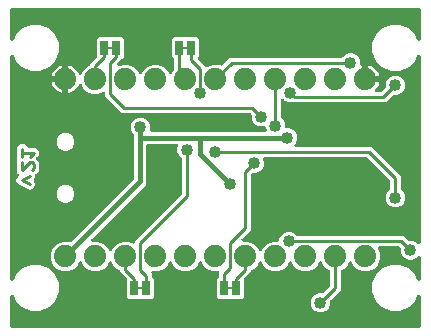
<source format=gbr>
G04 EAGLE Gerber RS-274X export*
G75*
%MOMM*%
%FSLAX34Y34*%
%LPD*%
%INBottom Copper*%
%IPPOS*%
%AMOC8*
5,1,8,0,0,1.08239X$1,22.5*%
G01*
%ADD10C,0.254000*%
%ADD11C,1.879600*%
%ADD12C,0.203200*%
%ADD13R,0.635000X1.270000*%
%ADD14C,1.016000*%
%ADD15C,0.406400*%

G36*
X350038Y4068D02*
X350038Y4068D01*
X350064Y4066D01*
X350211Y4088D01*
X350358Y4105D01*
X350383Y4113D01*
X350409Y4117D01*
X350547Y4172D01*
X350686Y4222D01*
X350708Y4236D01*
X350733Y4246D01*
X350854Y4331D01*
X350979Y4411D01*
X350997Y4430D01*
X351019Y4445D01*
X351118Y4555D01*
X351221Y4662D01*
X351235Y4684D01*
X351252Y4704D01*
X351324Y4834D01*
X351400Y4961D01*
X351408Y4986D01*
X351421Y5009D01*
X351461Y5152D01*
X351506Y5293D01*
X351508Y5319D01*
X351516Y5344D01*
X351535Y5588D01*
X351535Y30841D01*
X351530Y30891D01*
X351532Y30941D01*
X351510Y31063D01*
X351495Y31187D01*
X351478Y31234D01*
X351469Y31284D01*
X351420Y31398D01*
X351378Y31515D01*
X351351Y31557D01*
X351331Y31603D01*
X351256Y31703D01*
X351189Y31808D01*
X351153Y31843D01*
X351123Y31883D01*
X351028Y31963D01*
X350938Y32050D01*
X350895Y32076D01*
X350857Y32108D01*
X350746Y32165D01*
X350639Y32229D01*
X350591Y32244D01*
X350546Y32267D01*
X350426Y32297D01*
X350307Y32335D01*
X350257Y32339D01*
X350208Y32351D01*
X350084Y32353D01*
X349960Y32363D01*
X349910Y32356D01*
X349860Y32356D01*
X349738Y32330D01*
X349615Y32311D01*
X349568Y32293D01*
X349519Y32282D01*
X349407Y32229D01*
X349291Y32183D01*
X349250Y32154D01*
X349204Y32132D01*
X349107Y32055D01*
X349005Y31984D01*
X348971Y31946D01*
X348932Y31915D01*
X348855Y31817D01*
X348772Y31725D01*
X348747Y31681D01*
X348716Y31641D01*
X348605Y31424D01*
X346781Y27021D01*
X341279Y21519D01*
X334090Y18541D01*
X326310Y18541D01*
X319121Y21519D01*
X313619Y27021D01*
X310641Y34210D01*
X310641Y41990D01*
X313619Y49179D01*
X319121Y54681D01*
X326310Y57659D01*
X334090Y57659D01*
X341279Y54681D01*
X346781Y49179D01*
X348605Y44776D01*
X348629Y44732D01*
X348646Y44685D01*
X348714Y44581D01*
X348774Y44472D01*
X348808Y44435D01*
X348835Y44392D01*
X348925Y44306D01*
X349008Y44214D01*
X349050Y44185D01*
X349086Y44150D01*
X349193Y44086D01*
X349295Y44016D01*
X349342Y43997D01*
X349385Y43971D01*
X349503Y43933D01*
X349619Y43888D01*
X349669Y43880D01*
X349717Y43865D01*
X349841Y43855D01*
X349964Y43837D01*
X350014Y43841D01*
X350064Y43837D01*
X350187Y43855D01*
X350311Y43866D01*
X350359Y43881D01*
X350409Y43889D01*
X350524Y43935D01*
X350643Y43973D01*
X350686Y43999D01*
X350733Y44017D01*
X350835Y44088D01*
X350941Y44153D01*
X350978Y44188D01*
X351019Y44216D01*
X351102Y44309D01*
X351191Y44395D01*
X351219Y44438D01*
X351252Y44475D01*
X351312Y44584D01*
X351380Y44689D01*
X351397Y44736D01*
X351421Y44780D01*
X351455Y44900D01*
X351496Y45017D01*
X351502Y45067D01*
X351516Y45116D01*
X351535Y45359D01*
X351535Y63312D01*
X351524Y63412D01*
X351522Y63512D01*
X351504Y63584D01*
X351495Y63658D01*
X351462Y63753D01*
X351437Y63850D01*
X351403Y63916D01*
X351378Y63986D01*
X351323Y64071D01*
X351277Y64160D01*
X351229Y64217D01*
X351189Y64279D01*
X351117Y64349D01*
X351052Y64425D01*
X350992Y64470D01*
X350938Y64521D01*
X350852Y64573D01*
X350771Y64633D01*
X350703Y64662D01*
X350639Y64700D01*
X350543Y64731D01*
X350451Y64771D01*
X350378Y64784D01*
X350307Y64806D01*
X350207Y64815D01*
X350108Y64832D01*
X350034Y64828D01*
X349960Y64834D01*
X349860Y64820D01*
X349760Y64814D01*
X349689Y64794D01*
X349615Y64783D01*
X349522Y64746D01*
X349425Y64718D01*
X349360Y64681D01*
X349291Y64654D01*
X349209Y64597D01*
X349121Y64548D01*
X349045Y64482D01*
X349005Y64455D01*
X348981Y64429D01*
X348935Y64389D01*
X347505Y62959D01*
X344517Y61721D01*
X341283Y61721D01*
X338295Y62959D01*
X336009Y65245D01*
X334771Y68233D01*
X334771Y71240D01*
X334757Y71366D01*
X334750Y71492D01*
X334737Y71538D01*
X334731Y71586D01*
X334689Y71705D01*
X334654Y71827D01*
X334630Y71869D01*
X334614Y71914D01*
X334545Y72021D01*
X334484Y72131D01*
X334444Y72177D01*
X334425Y72207D01*
X334390Y72241D01*
X334325Y72317D01*
X333937Y72705D01*
X333838Y72784D01*
X333744Y72868D01*
X333702Y72892D01*
X333664Y72922D01*
X333550Y72976D01*
X333439Y73037D01*
X333393Y73050D01*
X333349Y73071D01*
X333226Y73097D01*
X333104Y73132D01*
X333043Y73137D01*
X333008Y73144D01*
X332960Y73143D01*
X332860Y73151D01*
X317080Y73151D01*
X316931Y73134D01*
X316781Y73122D01*
X316758Y73114D01*
X316734Y73111D01*
X316593Y73061D01*
X316449Y73015D01*
X316429Y73002D01*
X316406Y72994D01*
X316279Y72912D01*
X316151Y72835D01*
X316134Y72818D01*
X316113Y72805D01*
X316009Y72697D01*
X315901Y72592D01*
X315888Y72572D01*
X315871Y72554D01*
X315794Y72425D01*
X315713Y72299D01*
X315705Y72276D01*
X315692Y72255D01*
X315646Y72112D01*
X315596Y71970D01*
X315593Y71946D01*
X315586Y71923D01*
X315574Y71774D01*
X315557Y71624D01*
X315560Y71600D01*
X315558Y71576D01*
X315580Y71427D01*
X315598Y71278D01*
X315607Y71250D01*
X315610Y71231D01*
X315627Y71187D01*
X315673Y71045D01*
X317247Y67246D01*
X317247Y62294D01*
X315352Y57719D01*
X311851Y54218D01*
X307276Y52323D01*
X302324Y52323D01*
X297749Y54218D01*
X294248Y57719D01*
X293507Y59508D01*
X293471Y59573D01*
X293452Y59622D01*
X293439Y59640D01*
X293419Y59688D01*
X293374Y59748D01*
X293338Y59813D01*
X293271Y59887D01*
X293211Y59968D01*
X293154Y60016D01*
X293104Y60071D01*
X293021Y60128D01*
X292945Y60193D01*
X292878Y60227D01*
X292817Y60269D01*
X292724Y60306D01*
X292634Y60352D01*
X292562Y60370D01*
X292493Y60397D01*
X292394Y60412D01*
X292296Y60436D01*
X292222Y60437D01*
X292148Y60448D01*
X292048Y60439D01*
X291948Y60441D01*
X291875Y60425D01*
X291801Y60419D01*
X291705Y60388D01*
X291607Y60367D01*
X291540Y60335D01*
X291469Y60312D01*
X291383Y60260D01*
X291292Y60217D01*
X291234Y60170D01*
X291171Y60132D01*
X291098Y60062D01*
X291020Y59999D01*
X290974Y59941D01*
X290921Y59889D01*
X290882Y59829D01*
X290881Y59828D01*
X290877Y59821D01*
X290866Y59805D01*
X290804Y59726D01*
X290758Y59636D01*
X290732Y59596D01*
X290720Y59562D01*
X290710Y59542D01*
X290702Y59529D01*
X290700Y59523D01*
X290693Y59508D01*
X289952Y57719D01*
X286451Y54218D01*
X284659Y53476D01*
X284592Y53439D01*
X284521Y53411D01*
X284440Y53355D01*
X284354Y53307D01*
X284298Y53255D01*
X284235Y53212D01*
X284169Y53139D01*
X284096Y53073D01*
X284053Y53010D01*
X284002Y52953D01*
X283954Y52867D01*
X283898Y52786D01*
X283870Y52715D01*
X283833Y52648D01*
X283806Y52553D01*
X283770Y52462D01*
X283759Y52386D01*
X283738Y52313D01*
X283726Y52164D01*
X283719Y52117D01*
X283721Y52098D01*
X283719Y52069D01*
X283719Y36311D01*
X275275Y27867D01*
X275196Y27768D01*
X275112Y27674D01*
X275088Y27632D01*
X275058Y27594D01*
X275004Y27480D01*
X274943Y27369D01*
X274930Y27323D01*
X274909Y27279D01*
X274883Y27156D01*
X274848Y27034D01*
X274843Y26973D01*
X274836Y26938D01*
X274837Y26890D01*
X274829Y26790D01*
X274829Y23783D01*
X273591Y20795D01*
X271305Y18509D01*
X268317Y17271D01*
X265083Y17271D01*
X262095Y18509D01*
X259809Y20795D01*
X258571Y23783D01*
X258571Y27017D01*
X259809Y30005D01*
X262095Y32291D01*
X265083Y33529D01*
X268090Y33529D01*
X268216Y33543D01*
X268342Y33550D01*
X268388Y33563D01*
X268436Y33569D01*
X268555Y33611D01*
X268677Y33646D01*
X268719Y33670D01*
X268764Y33686D01*
X268871Y33755D01*
X268981Y33816D01*
X269027Y33856D01*
X269057Y33875D01*
X269091Y33910D01*
X269167Y33975D01*
X274635Y39443D01*
X274714Y39542D01*
X274798Y39636D01*
X274822Y39678D01*
X274852Y39716D01*
X274906Y39830D01*
X274967Y39941D01*
X274980Y39987D01*
X275001Y40031D01*
X275027Y40154D01*
X275062Y40276D01*
X275067Y40337D01*
X275074Y40372D01*
X275073Y40420D01*
X275081Y40520D01*
X275081Y52069D01*
X275073Y52145D01*
X275074Y52221D01*
X275053Y52317D01*
X275041Y52415D01*
X275016Y52487D01*
X274999Y52562D01*
X274957Y52650D01*
X274924Y52743D01*
X274882Y52807D01*
X274850Y52876D01*
X274788Y52953D01*
X274735Y53036D01*
X274680Y53089D01*
X274632Y53149D01*
X274555Y53210D01*
X274484Y53278D01*
X274419Y53317D01*
X274359Y53365D01*
X274226Y53433D01*
X274185Y53457D01*
X274167Y53463D01*
X274141Y53476D01*
X272349Y54218D01*
X268848Y57719D01*
X268107Y59508D01*
X268071Y59573D01*
X268052Y59622D01*
X268039Y59640D01*
X268019Y59688D01*
X267974Y59748D01*
X267938Y59813D01*
X267871Y59887D01*
X267811Y59968D01*
X267754Y60016D01*
X267704Y60071D01*
X267621Y60128D01*
X267545Y60193D01*
X267478Y60227D01*
X267417Y60269D01*
X267324Y60306D01*
X267234Y60352D01*
X267162Y60370D01*
X267093Y60397D01*
X266994Y60412D01*
X266896Y60436D01*
X266822Y60437D01*
X266748Y60448D01*
X266648Y60439D01*
X266548Y60441D01*
X266475Y60425D01*
X266401Y60419D01*
X266305Y60388D01*
X266207Y60367D01*
X266140Y60335D01*
X266069Y60312D01*
X265983Y60260D01*
X265892Y60217D01*
X265834Y60170D01*
X265771Y60132D01*
X265698Y60062D01*
X265620Y59999D01*
X265574Y59941D01*
X265521Y59889D01*
X265482Y59829D01*
X265481Y59828D01*
X265477Y59821D01*
X265466Y59805D01*
X265404Y59726D01*
X265358Y59636D01*
X265332Y59596D01*
X265320Y59562D01*
X265310Y59542D01*
X265302Y59529D01*
X265300Y59523D01*
X265293Y59508D01*
X264552Y57719D01*
X261051Y54218D01*
X256476Y52323D01*
X251524Y52323D01*
X246949Y54218D01*
X243448Y57719D01*
X242707Y59508D01*
X242671Y59573D01*
X242652Y59622D01*
X242639Y59640D01*
X242619Y59688D01*
X242574Y59748D01*
X242538Y59813D01*
X242471Y59887D01*
X242411Y59968D01*
X242354Y60016D01*
X242304Y60071D01*
X242221Y60128D01*
X242145Y60193D01*
X242078Y60227D01*
X242017Y60269D01*
X241924Y60306D01*
X241834Y60352D01*
X241762Y60370D01*
X241693Y60397D01*
X241594Y60412D01*
X241496Y60436D01*
X241422Y60437D01*
X241348Y60448D01*
X241248Y60439D01*
X241148Y60441D01*
X241075Y60425D01*
X241001Y60419D01*
X240905Y60388D01*
X240807Y60367D01*
X240740Y60335D01*
X240669Y60312D01*
X240583Y60260D01*
X240492Y60217D01*
X240434Y60170D01*
X240371Y60132D01*
X240298Y60062D01*
X240220Y59999D01*
X240174Y59941D01*
X240121Y59889D01*
X240082Y59829D01*
X240081Y59828D01*
X240077Y59821D01*
X240066Y59805D01*
X240004Y59726D01*
X239958Y59636D01*
X239932Y59596D01*
X239920Y59562D01*
X239910Y59542D01*
X239902Y59529D01*
X239900Y59523D01*
X239893Y59508D01*
X239152Y57719D01*
X235651Y54218D01*
X231076Y52323D01*
X226124Y52323D01*
X221549Y54218D01*
X218048Y57719D01*
X217307Y59508D01*
X217271Y59573D01*
X217252Y59622D01*
X217239Y59640D01*
X217219Y59688D01*
X217174Y59748D01*
X217138Y59813D01*
X217071Y59887D01*
X217011Y59968D01*
X216954Y60016D01*
X216904Y60071D01*
X216821Y60128D01*
X216745Y60193D01*
X216678Y60227D01*
X216617Y60269D01*
X216524Y60306D01*
X216434Y60352D01*
X216362Y60370D01*
X216293Y60397D01*
X216194Y60412D01*
X216096Y60436D01*
X216022Y60437D01*
X215948Y60448D01*
X215848Y60439D01*
X215748Y60441D01*
X215675Y60425D01*
X215601Y60419D01*
X215505Y60388D01*
X215407Y60367D01*
X215340Y60335D01*
X215269Y60312D01*
X215183Y60260D01*
X215092Y60217D01*
X215034Y60170D01*
X214971Y60132D01*
X214898Y60062D01*
X214820Y59999D01*
X214774Y59941D01*
X214721Y59889D01*
X214682Y59829D01*
X214681Y59828D01*
X214677Y59821D01*
X214666Y59805D01*
X214604Y59726D01*
X214558Y59636D01*
X214532Y59596D01*
X214520Y59562D01*
X214510Y59542D01*
X214502Y59529D01*
X214500Y59523D01*
X214493Y59508D01*
X213752Y57719D01*
X210251Y54218D01*
X208459Y53476D01*
X208392Y53439D01*
X208321Y53411D01*
X208240Y53355D01*
X208154Y53307D01*
X208098Y53255D01*
X208035Y53212D01*
X207969Y53139D01*
X207896Y53073D01*
X207853Y53010D01*
X207802Y52953D01*
X207754Y52867D01*
X207698Y52786D01*
X207670Y52715D01*
X207633Y52648D01*
X207606Y52553D01*
X207570Y52462D01*
X207559Y52386D01*
X207538Y52313D01*
X207526Y52164D01*
X207519Y52117D01*
X207521Y52098D01*
X207519Y52069D01*
X207519Y51551D01*
X202250Y46282D01*
X202171Y46183D01*
X202087Y46089D01*
X202063Y46047D01*
X202033Y46009D01*
X201979Y45895D01*
X201918Y45784D01*
X201905Y45738D01*
X201884Y45694D01*
X201858Y45571D01*
X201847Y45533D01*
X201833Y45488D01*
X201832Y45479D01*
X201823Y45449D01*
X201818Y45388D01*
X201811Y45353D01*
X201812Y45305D01*
X201804Y45205D01*
X201804Y30487D01*
X200018Y28701D01*
X190667Y28701D01*
X190648Y28705D01*
X190621Y28705D01*
X190594Y28710D01*
X190447Y28702D01*
X190417Y28701D01*
X180982Y28701D01*
X179196Y30487D01*
X179196Y45713D01*
X180655Y47172D01*
X180719Y47252D01*
X180777Y47313D01*
X180789Y47332D01*
X180818Y47365D01*
X180842Y47407D01*
X180872Y47445D01*
X180926Y47559D01*
X180938Y47581D01*
X180956Y47612D01*
X180958Y47618D01*
X180987Y47670D01*
X181000Y47716D01*
X181021Y47760D01*
X181047Y47883D01*
X181082Y48005D01*
X181087Y48066D01*
X181094Y48101D01*
X181093Y48149D01*
X181101Y48249D01*
X181101Y50800D01*
X181098Y50826D01*
X181100Y50852D01*
X181078Y50999D01*
X181061Y51146D01*
X181053Y51171D01*
X181049Y51197D01*
X180994Y51335D01*
X180944Y51474D01*
X180930Y51496D01*
X180920Y51521D01*
X180835Y51642D01*
X180755Y51767D01*
X180736Y51785D01*
X180721Y51807D01*
X180611Y51906D01*
X180504Y52009D01*
X180482Y52023D01*
X180462Y52040D01*
X180332Y52112D01*
X180205Y52188D01*
X180180Y52196D01*
X180157Y52209D01*
X180014Y52249D01*
X179873Y52294D01*
X179847Y52296D01*
X179822Y52304D01*
X179578Y52323D01*
X175324Y52323D01*
X170749Y54218D01*
X167248Y57719D01*
X166507Y59508D01*
X166471Y59573D01*
X166452Y59622D01*
X166439Y59640D01*
X166419Y59688D01*
X166374Y59748D01*
X166338Y59813D01*
X166271Y59887D01*
X166211Y59968D01*
X166154Y60016D01*
X166104Y60071D01*
X166021Y60128D01*
X165945Y60193D01*
X165878Y60227D01*
X165817Y60269D01*
X165724Y60306D01*
X165634Y60352D01*
X165562Y60370D01*
X165493Y60397D01*
X165394Y60412D01*
X165296Y60436D01*
X165222Y60437D01*
X165148Y60448D01*
X165048Y60439D01*
X164948Y60441D01*
X164875Y60425D01*
X164801Y60419D01*
X164705Y60388D01*
X164607Y60367D01*
X164540Y60335D01*
X164469Y60312D01*
X164383Y60260D01*
X164292Y60217D01*
X164234Y60170D01*
X164171Y60132D01*
X164098Y60062D01*
X164020Y59999D01*
X163974Y59941D01*
X163921Y59889D01*
X163882Y59829D01*
X163881Y59828D01*
X163877Y59821D01*
X163866Y59805D01*
X163804Y59726D01*
X163758Y59636D01*
X163732Y59596D01*
X163720Y59562D01*
X163710Y59542D01*
X163702Y59529D01*
X163700Y59523D01*
X163693Y59508D01*
X162952Y57719D01*
X159451Y54218D01*
X154876Y52323D01*
X149924Y52323D01*
X145349Y54218D01*
X141848Y57719D01*
X141107Y59508D01*
X141071Y59573D01*
X141052Y59622D01*
X141039Y59640D01*
X141019Y59688D01*
X140974Y59748D01*
X140938Y59813D01*
X140871Y59887D01*
X140811Y59968D01*
X140754Y60016D01*
X140704Y60071D01*
X140621Y60128D01*
X140545Y60193D01*
X140478Y60227D01*
X140417Y60269D01*
X140324Y60306D01*
X140234Y60352D01*
X140162Y60370D01*
X140093Y60397D01*
X139994Y60412D01*
X139896Y60436D01*
X139822Y60437D01*
X139748Y60448D01*
X139648Y60439D01*
X139548Y60441D01*
X139475Y60425D01*
X139401Y60419D01*
X139305Y60388D01*
X139207Y60367D01*
X139140Y60335D01*
X139069Y60312D01*
X138983Y60260D01*
X138892Y60217D01*
X138834Y60170D01*
X138771Y60132D01*
X138698Y60062D01*
X138620Y59999D01*
X138574Y59941D01*
X138521Y59889D01*
X138482Y59829D01*
X138481Y59828D01*
X138477Y59821D01*
X138466Y59805D01*
X138404Y59726D01*
X138358Y59636D01*
X138332Y59596D01*
X138320Y59562D01*
X138310Y59542D01*
X138302Y59529D01*
X138300Y59523D01*
X138293Y59508D01*
X137552Y57719D01*
X134051Y54218D01*
X129476Y52323D01*
X125102Y52323D01*
X125002Y52312D01*
X124901Y52310D01*
X124829Y52292D01*
X124756Y52283D01*
X124661Y52249D01*
X124563Y52225D01*
X124497Y52191D01*
X124427Y52166D01*
X124343Y52111D01*
X124254Y52065D01*
X124197Y52017D01*
X124135Y51977D01*
X124065Y51905D01*
X123988Y51839D01*
X123944Y51780D01*
X123892Y51726D01*
X123841Y51640D01*
X123781Y51559D01*
X123752Y51491D01*
X123714Y51427D01*
X123683Y51331D01*
X123643Y51239D01*
X123630Y51166D01*
X123607Y51095D01*
X123599Y50995D01*
X123582Y50896D01*
X123585Y50822D01*
X123579Y50748D01*
X123594Y50648D01*
X123600Y50548D01*
X123620Y50477D01*
X123631Y50403D01*
X123668Y50310D01*
X123696Y50213D01*
X123699Y50208D01*
X123699Y48249D01*
X123713Y48123D01*
X123720Y47997D01*
X123733Y47951D01*
X123739Y47903D01*
X123781Y47784D01*
X123816Y47662D01*
X123840Y47620D01*
X123856Y47574D01*
X123886Y47528D01*
X123890Y47518D01*
X123925Y47468D01*
X123986Y47358D01*
X124026Y47312D01*
X124045Y47282D01*
X124073Y47255D01*
X124089Y47232D01*
X124109Y47214D01*
X124145Y47172D01*
X125604Y45713D01*
X125604Y30487D01*
X123818Y28701D01*
X114468Y28701D01*
X114450Y28705D01*
X114423Y28705D01*
X114396Y28709D01*
X114249Y28702D01*
X114211Y28701D01*
X104782Y28701D01*
X102996Y30487D01*
X102996Y45205D01*
X102994Y45226D01*
X102995Y45245D01*
X102981Y45337D01*
X102975Y45457D01*
X102962Y45503D01*
X102956Y45551D01*
X102944Y45585D01*
X102944Y45589D01*
X102935Y45611D01*
X102914Y45670D01*
X102879Y45792D01*
X102855Y45834D01*
X102839Y45879D01*
X102770Y45986D01*
X102709Y46096D01*
X102669Y46142D01*
X102650Y46172D01*
X102615Y46206D01*
X102550Y46282D01*
X97281Y51551D01*
X97281Y52069D01*
X97273Y52145D01*
X97274Y52221D01*
X97253Y52317D01*
X97241Y52415D01*
X97216Y52487D01*
X97199Y52562D01*
X97157Y52650D01*
X97124Y52743D01*
X97082Y52807D01*
X97050Y52876D01*
X96988Y52953D01*
X96935Y53036D01*
X96880Y53089D01*
X96832Y53149D01*
X96755Y53210D01*
X96684Y53278D01*
X96619Y53317D01*
X96559Y53365D01*
X96425Y53433D01*
X96385Y53457D01*
X96367Y53463D01*
X96341Y53476D01*
X94549Y54218D01*
X91048Y57719D01*
X90307Y59508D01*
X90271Y59573D01*
X90252Y59622D01*
X90239Y59640D01*
X90219Y59688D01*
X90174Y59748D01*
X90138Y59813D01*
X90071Y59887D01*
X90011Y59968D01*
X89954Y60016D01*
X89904Y60071D01*
X89821Y60128D01*
X89745Y60193D01*
X89678Y60227D01*
X89617Y60269D01*
X89524Y60306D01*
X89434Y60352D01*
X89362Y60370D01*
X89293Y60397D01*
X89194Y60412D01*
X89096Y60436D01*
X89022Y60437D01*
X88948Y60448D01*
X88848Y60439D01*
X88748Y60441D01*
X88675Y60425D01*
X88601Y60419D01*
X88505Y60388D01*
X88407Y60367D01*
X88340Y60335D01*
X88269Y60312D01*
X88183Y60260D01*
X88092Y60217D01*
X88034Y60170D01*
X87971Y60132D01*
X87898Y60062D01*
X87820Y59999D01*
X87774Y59941D01*
X87721Y59889D01*
X87682Y59829D01*
X87681Y59828D01*
X87677Y59821D01*
X87666Y59805D01*
X87604Y59726D01*
X87558Y59636D01*
X87532Y59596D01*
X87520Y59562D01*
X87510Y59542D01*
X87502Y59529D01*
X87500Y59523D01*
X87493Y59508D01*
X86752Y57719D01*
X83251Y54218D01*
X78676Y52323D01*
X73724Y52323D01*
X69149Y54218D01*
X65648Y57719D01*
X64907Y59508D01*
X64871Y59573D01*
X64852Y59622D01*
X64839Y59640D01*
X64819Y59688D01*
X64774Y59748D01*
X64738Y59813D01*
X64671Y59887D01*
X64611Y59968D01*
X64554Y60016D01*
X64504Y60071D01*
X64421Y60128D01*
X64345Y60193D01*
X64278Y60227D01*
X64217Y60269D01*
X64124Y60306D01*
X64034Y60352D01*
X63962Y60370D01*
X63893Y60397D01*
X63794Y60412D01*
X63696Y60436D01*
X63622Y60437D01*
X63548Y60448D01*
X63448Y60439D01*
X63348Y60441D01*
X63275Y60425D01*
X63201Y60419D01*
X63105Y60388D01*
X63007Y60367D01*
X62940Y60335D01*
X62869Y60312D01*
X62783Y60260D01*
X62692Y60217D01*
X62634Y60170D01*
X62571Y60132D01*
X62498Y60062D01*
X62420Y59999D01*
X62374Y59941D01*
X62321Y59889D01*
X62282Y59829D01*
X62281Y59828D01*
X62277Y59821D01*
X62266Y59805D01*
X62204Y59726D01*
X62158Y59636D01*
X62132Y59596D01*
X62120Y59562D01*
X62110Y59542D01*
X62102Y59529D01*
X62100Y59523D01*
X62093Y59508D01*
X61352Y57719D01*
X57851Y54218D01*
X53276Y52323D01*
X48324Y52323D01*
X43749Y54218D01*
X40248Y57719D01*
X38353Y62294D01*
X38353Y67246D01*
X40248Y71821D01*
X43749Y75322D01*
X48324Y77217D01*
X53276Y77217D01*
X54305Y76790D01*
X54379Y76769D01*
X54449Y76739D01*
X54546Y76722D01*
X54640Y76695D01*
X54717Y76691D01*
X54792Y76677D01*
X54890Y76682D01*
X54988Y76678D01*
X55064Y76691D01*
X55140Y76695D01*
X55234Y76723D01*
X55331Y76740D01*
X55401Y76771D01*
X55475Y76792D01*
X55561Y76840D01*
X55651Y76879D01*
X55712Y76925D01*
X55779Y76962D01*
X55893Y77059D01*
X55931Y77087D01*
X55943Y77102D01*
X55965Y77121D01*
X108773Y129928D01*
X108852Y130027D01*
X108936Y130121D01*
X108960Y130164D01*
X108990Y130201D01*
X109044Y130316D01*
X109105Y130426D01*
X109118Y130473D01*
X109139Y130516D01*
X109165Y130640D01*
X109200Y130762D01*
X109205Y130822D01*
X109212Y130857D01*
X109211Y130905D01*
X109219Y131005D01*
X109219Y166944D01*
X109205Y167070D01*
X109198Y167196D01*
X109185Y167242D01*
X109179Y167290D01*
X109137Y167409D01*
X109102Y167531D01*
X109078Y167573D01*
X109062Y167618D01*
X108993Y167725D01*
X108932Y167835D01*
X108892Y167881D01*
X108873Y167911D01*
X108838Y167945D01*
X108773Y168021D01*
X107409Y169385D01*
X106171Y172373D01*
X106171Y175607D01*
X107409Y178595D01*
X109695Y180881D01*
X112683Y182119D01*
X115917Y182119D01*
X118905Y180881D01*
X121191Y178595D01*
X122429Y175607D01*
X122429Y172373D01*
X122393Y172287D01*
X122352Y172142D01*
X122306Y171999D01*
X122304Y171975D01*
X122297Y171952D01*
X122290Y171802D01*
X122278Y171652D01*
X122282Y171628D01*
X122280Y171604D01*
X122307Y171456D01*
X122330Y171307D01*
X122339Y171285D01*
X122343Y171261D01*
X122403Y171123D01*
X122458Y170983D01*
X122472Y170963D01*
X122482Y170941D01*
X122572Y170820D01*
X122657Y170697D01*
X122675Y170681D01*
X122690Y170662D01*
X122805Y170564D01*
X122916Y170464D01*
X122937Y170452D01*
X122956Y170436D01*
X123089Y170368D01*
X123221Y170295D01*
X123244Y170289D01*
X123266Y170278D01*
X123412Y170241D01*
X123557Y170200D01*
X123586Y170198D01*
X123604Y170193D01*
X123651Y170193D01*
X123800Y170181D01*
X219626Y170181D01*
X219775Y170198D01*
X219925Y170210D01*
X219948Y170218D01*
X219972Y170221D01*
X220113Y170271D01*
X220257Y170317D01*
X220277Y170330D01*
X220300Y170338D01*
X220426Y170420D01*
X220555Y170497D01*
X220573Y170514D01*
X220593Y170527D01*
X220697Y170635D01*
X220805Y170740D01*
X220818Y170760D01*
X220835Y170778D01*
X220912Y170907D01*
X220993Y171033D01*
X221001Y171056D01*
X221014Y171077D01*
X221060Y171220D01*
X221110Y171362D01*
X221113Y171386D01*
X221120Y171409D01*
X221132Y171558D01*
X221149Y171708D01*
X221146Y171732D01*
X221148Y171756D01*
X221126Y171905D01*
X221108Y172054D01*
X221099Y172082D01*
X221096Y172101D01*
X221079Y172145D01*
X221033Y172287D01*
X220443Y173710D01*
X220442Y173732D01*
X220434Y173755D01*
X220431Y173779D01*
X220381Y173920D01*
X220334Y174063D01*
X220322Y174084D01*
X220314Y174107D01*
X220232Y174233D01*
X220155Y174362D01*
X220138Y174379D01*
X220125Y174399D01*
X220016Y174504D01*
X219912Y174612D01*
X219892Y174625D01*
X219874Y174642D01*
X219745Y174719D01*
X219619Y174800D01*
X219596Y174808D01*
X219575Y174820D01*
X219432Y174866D01*
X219290Y174917D01*
X219266Y174919D01*
X219243Y174927D01*
X219093Y174939D01*
X218944Y174956D01*
X218920Y174953D01*
X218896Y174955D01*
X218747Y174932D01*
X218598Y174915D01*
X218570Y174906D01*
X218551Y174903D01*
X218507Y174885D01*
X218365Y174840D01*
X218152Y174751D01*
X214918Y174751D01*
X211930Y175989D01*
X209644Y178275D01*
X208406Y181263D01*
X208406Y184270D01*
X208392Y184396D01*
X208385Y184522D01*
X208372Y184568D01*
X208366Y184616D01*
X208324Y184735D01*
X208289Y184857D01*
X208265Y184899D01*
X208249Y184944D01*
X208180Y185051D01*
X208119Y185161D01*
X208079Y185207D01*
X208060Y185237D01*
X208025Y185271D01*
X207960Y185347D01*
X207572Y185735D01*
X207473Y185814D01*
X207379Y185898D01*
X207337Y185922D01*
X207299Y185952D01*
X207185Y186006D01*
X207074Y186067D01*
X207028Y186080D01*
X206984Y186101D01*
X206861Y186127D01*
X206739Y186162D01*
X206678Y186167D01*
X206643Y186174D01*
X206595Y186173D01*
X206495Y186181D01*
X98541Y186181D01*
X84581Y200141D01*
X84581Y202350D01*
X84564Y202499D01*
X84552Y202649D01*
X84544Y202672D01*
X84541Y202696D01*
X84491Y202837D01*
X84445Y202981D01*
X84432Y203001D01*
X84424Y203024D01*
X84342Y203151D01*
X84265Y203279D01*
X84248Y203296D01*
X84235Y203317D01*
X84127Y203421D01*
X84022Y203529D01*
X84002Y203542D01*
X83984Y203559D01*
X83855Y203636D01*
X83729Y203717D01*
X83706Y203725D01*
X83685Y203738D01*
X83542Y203784D01*
X83400Y203834D01*
X83376Y203837D01*
X83353Y203844D01*
X83204Y203856D01*
X83054Y203873D01*
X83030Y203870D01*
X83006Y203872D01*
X82857Y203850D01*
X82708Y203832D01*
X82680Y203823D01*
X82661Y203820D01*
X82617Y203803D01*
X82475Y203757D01*
X78676Y202183D01*
X73724Y202183D01*
X69149Y204078D01*
X65648Y207579D01*
X64652Y209984D01*
X64632Y210020D01*
X64619Y210059D01*
X64548Y210172D01*
X64483Y210289D01*
X64455Y210319D01*
X64434Y210354D01*
X64339Y210448D01*
X64249Y210547D01*
X64215Y210570D01*
X64186Y210599D01*
X64072Y210669D01*
X63962Y210745D01*
X63924Y210760D01*
X63889Y210782D01*
X63762Y210824D01*
X63638Y210873D01*
X63597Y210879D01*
X63559Y210892D01*
X63425Y210905D01*
X63293Y210924D01*
X63252Y210921D01*
X63212Y210924D01*
X63079Y210906D01*
X62946Y210895D01*
X62907Y210883D01*
X62866Y210877D01*
X62742Y210829D01*
X62614Y210788D01*
X62579Y210767D01*
X62541Y210753D01*
X62430Y210678D01*
X62315Y210608D01*
X62286Y210580D01*
X62252Y210557D01*
X62162Y210459D01*
X62065Y210366D01*
X62043Y210331D01*
X62016Y210301D01*
X61887Y210093D01*
X61011Y208373D01*
X59906Y206852D01*
X58578Y205524D01*
X57057Y204419D01*
X55383Y203566D01*
X53596Y202985D01*
X53339Y202945D01*
X53339Y213614D01*
X53336Y213640D01*
X53338Y213666D01*
X53316Y213813D01*
X53299Y213960D01*
X53291Y213985D01*
X53287Y214011D01*
X53232Y214148D01*
X53182Y214288D01*
X53168Y214310D01*
X53158Y214335D01*
X53073Y214456D01*
X52993Y214581D01*
X52974Y214599D01*
X52959Y214621D01*
X52943Y214635D01*
X53025Y214720D01*
X53039Y214743D01*
X53056Y214762D01*
X53128Y214892D01*
X53204Y215019D01*
X53212Y215044D01*
X53225Y215067D01*
X53265Y215210D01*
X53310Y215351D01*
X53312Y215377D01*
X53320Y215402D01*
X53339Y215646D01*
X53339Y226315D01*
X53596Y226275D01*
X55383Y225694D01*
X57057Y224841D01*
X58578Y223736D01*
X59906Y222408D01*
X61011Y220887D01*
X61887Y219167D01*
X61910Y219133D01*
X61926Y219096D01*
X62006Y218988D01*
X62080Y218877D01*
X62110Y218849D01*
X62134Y218816D01*
X62236Y218729D01*
X62334Y218638D01*
X62369Y218617D01*
X62400Y218591D01*
X62519Y218530D01*
X62635Y218462D01*
X62674Y218451D01*
X62710Y218432D01*
X62840Y218400D01*
X62968Y218360D01*
X63009Y218358D01*
X63049Y218348D01*
X63183Y218346D01*
X63316Y218337D01*
X63356Y218343D01*
X63397Y218343D01*
X63528Y218371D01*
X63660Y218393D01*
X63698Y218408D01*
X63738Y218417D01*
X63858Y218474D01*
X63982Y218526D01*
X64016Y218549D01*
X64052Y218567D01*
X64157Y218650D01*
X64266Y218728D01*
X64293Y218759D01*
X64325Y218784D01*
X64407Y218889D01*
X64496Y218990D01*
X64515Y219026D01*
X64541Y219058D01*
X64652Y219276D01*
X65648Y221681D01*
X69149Y225182D01*
X70941Y225924D01*
X71008Y225961D01*
X71079Y225989D01*
X71159Y226045D01*
X71246Y226093D01*
X71302Y226145D01*
X71365Y226188D01*
X71431Y226261D01*
X71504Y226327D01*
X71547Y226390D01*
X71598Y226447D01*
X71646Y226533D01*
X71702Y226614D01*
X71730Y226685D01*
X71767Y226752D01*
X71794Y226847D01*
X71830Y226938D01*
X71841Y227014D01*
X71862Y227087D01*
X71874Y227236D01*
X71881Y227283D01*
X71879Y227302D01*
X71881Y227331D01*
X71881Y227849D01*
X74857Y230825D01*
X77150Y233118D01*
X77229Y233217D01*
X77313Y233311D01*
X77337Y233353D01*
X77367Y233391D01*
X77421Y233505D01*
X77482Y233616D01*
X77495Y233662D01*
X77516Y233706D01*
X77542Y233829D01*
X77577Y233951D01*
X77582Y234012D01*
X77589Y234046D01*
X77588Y234095D01*
X77596Y234195D01*
X77596Y248913D01*
X79382Y250699D01*
X88733Y250699D01*
X88752Y250695D01*
X88779Y250695D01*
X88806Y250690D01*
X88953Y250698D01*
X88983Y250699D01*
X98418Y250699D01*
X100204Y248913D01*
X100204Y233687D01*
X98251Y231735D01*
X98159Y231675D01*
X98049Y231614D01*
X98003Y231574D01*
X97973Y231555D01*
X97939Y231520D01*
X97863Y231455D01*
X94911Y228504D01*
X94880Y228464D01*
X94843Y228430D01*
X94772Y228328D01*
X94695Y228231D01*
X94673Y228185D01*
X94644Y228144D01*
X94599Y228028D01*
X94546Y227916D01*
X94535Y227866D01*
X94517Y227820D01*
X94499Y227696D01*
X94472Y227575D01*
X94473Y227525D01*
X94466Y227475D01*
X94476Y227350D01*
X94478Y227226D01*
X94491Y227178D01*
X94495Y227127D01*
X94533Y227009D01*
X94563Y226888D01*
X94586Y226844D01*
X94602Y226796D01*
X94666Y226689D01*
X94723Y226579D01*
X94756Y226540D01*
X94782Y226497D01*
X94868Y226408D01*
X94949Y226313D01*
X94989Y226283D01*
X95024Y226247D01*
X95129Y226180D01*
X95229Y226106D01*
X95275Y226086D01*
X95318Y226059D01*
X95435Y226017D01*
X95549Y225968D01*
X95599Y225959D01*
X95646Y225942D01*
X95770Y225928D01*
X95892Y225906D01*
X95942Y225909D01*
X95992Y225903D01*
X96116Y225918D01*
X96240Y225924D01*
X96289Y225938D01*
X96339Y225944D01*
X96571Y226019D01*
X96575Y226021D01*
X99124Y227077D01*
X104076Y227077D01*
X108651Y225182D01*
X112152Y221681D01*
X112893Y219892D01*
X112941Y219804D01*
X112981Y219712D01*
X113026Y219652D01*
X113062Y219587D01*
X113129Y219513D01*
X113189Y219432D01*
X113246Y219384D01*
X113296Y219329D01*
X113379Y219272D01*
X113455Y219207D01*
X113522Y219173D01*
X113583Y219131D01*
X113676Y219094D01*
X113766Y219048D01*
X113838Y219030D01*
X113907Y219003D01*
X114006Y218988D01*
X114104Y218964D01*
X114178Y218963D01*
X114252Y218952D01*
X114352Y218961D01*
X114452Y218959D01*
X114525Y218975D01*
X114599Y218981D01*
X114695Y219012D01*
X114793Y219033D01*
X114860Y219065D01*
X114931Y219088D01*
X115017Y219140D01*
X115108Y219183D01*
X115166Y219230D01*
X115229Y219268D01*
X115301Y219338D01*
X115380Y219401D01*
X115426Y219459D01*
X115479Y219511D01*
X115534Y219595D01*
X115596Y219674D01*
X115642Y219763D01*
X115668Y219804D01*
X115680Y219838D01*
X115707Y219892D01*
X116448Y221681D01*
X119949Y225182D01*
X124524Y227077D01*
X129476Y227077D01*
X134051Y225182D01*
X137552Y221681D01*
X138293Y219892D01*
X138341Y219804D01*
X138381Y219712D01*
X138426Y219652D01*
X138462Y219587D01*
X138529Y219513D01*
X138589Y219432D01*
X138646Y219384D01*
X138696Y219329D01*
X138779Y219272D01*
X138855Y219207D01*
X138922Y219173D01*
X138983Y219131D01*
X139076Y219094D01*
X139166Y219048D01*
X139238Y219030D01*
X139307Y219003D01*
X139406Y218988D01*
X139504Y218964D01*
X139578Y218963D01*
X139652Y218952D01*
X139752Y218961D01*
X139852Y218959D01*
X139925Y218975D01*
X139999Y218981D01*
X140095Y219012D01*
X140193Y219033D01*
X140260Y219065D01*
X140331Y219088D01*
X140417Y219140D01*
X140508Y219183D01*
X140566Y219230D01*
X140629Y219268D01*
X140701Y219338D01*
X140780Y219401D01*
X140826Y219459D01*
X140879Y219511D01*
X140934Y219595D01*
X140996Y219674D01*
X141042Y219763D01*
X141068Y219804D01*
X141080Y219838D01*
X141107Y219892D01*
X141848Y221681D01*
X142555Y222387D01*
X142625Y222476D01*
X142635Y222486D01*
X142639Y222492D01*
X142718Y222580D01*
X142742Y222623D01*
X142772Y222660D01*
X142826Y222775D01*
X142887Y222885D01*
X142900Y222932D01*
X142921Y222976D01*
X142947Y223099D01*
X142982Y223221D01*
X142987Y223282D01*
X142994Y223316D01*
X142993Y223364D01*
X143001Y223465D01*
X143001Y231151D01*
X142987Y231277D01*
X142980Y231403D01*
X142967Y231449D01*
X142961Y231497D01*
X142919Y231616D01*
X142884Y231738D01*
X142860Y231780D01*
X142844Y231826D01*
X142775Y231932D01*
X142714Y232042D01*
X142674Y232088D01*
X142655Y232118D01*
X142620Y232152D01*
X142555Y232228D01*
X141096Y233687D01*
X141096Y248913D01*
X142882Y250699D01*
X152232Y250699D01*
X152250Y250695D01*
X152277Y250695D01*
X152304Y250691D01*
X152451Y250698D01*
X152489Y250699D01*
X161918Y250699D01*
X163704Y248913D01*
X163704Y233687D01*
X163449Y233433D01*
X163433Y233412D01*
X163413Y233395D01*
X163325Y233276D01*
X163233Y233160D01*
X163221Y233136D01*
X163206Y233115D01*
X163147Y232979D01*
X163084Y232845D01*
X163078Y232819D01*
X163068Y232795D01*
X163041Y232649D01*
X163010Y232504D01*
X163011Y232478D01*
X163006Y232452D01*
X163014Y232303D01*
X163016Y232155D01*
X163023Y232130D01*
X163024Y232104D01*
X163065Y231961D01*
X163101Y231817D01*
X163113Y231794D01*
X163121Y231769D01*
X163193Y231640D01*
X163261Y231508D01*
X163278Y231488D01*
X163291Y231465D01*
X163449Y231278D01*
X169179Y225549D01*
X169239Y225501D01*
X169292Y225447D01*
X169375Y225394D01*
X169452Y225332D01*
X169521Y225300D01*
X169585Y225258D01*
X169678Y225225D01*
X169767Y225183D01*
X169841Y225167D01*
X169913Y225142D01*
X170011Y225131D01*
X170107Y225110D01*
X170184Y225111D01*
X170260Y225103D01*
X170358Y225114D01*
X170456Y225116D01*
X170530Y225135D01*
X170606Y225144D01*
X170748Y225189D01*
X170794Y225201D01*
X170811Y225210D01*
X170839Y225219D01*
X175324Y227077D01*
X180276Y227077D01*
X182067Y226335D01*
X182141Y226314D01*
X182211Y226283D01*
X182308Y226266D01*
X182402Y226239D01*
X182479Y226235D01*
X182554Y226222D01*
X182652Y226227D01*
X182750Y226222D01*
X182826Y226236D01*
X182902Y226240D01*
X182996Y226267D01*
X183093Y226285D01*
X183163Y226315D01*
X183237Y226336D01*
X183323Y226384D01*
X183413Y226423D01*
X183474Y226469D01*
X183541Y226506D01*
X183655Y226603D01*
X183693Y226631D01*
X183705Y226646D01*
X183727Y226665D01*
X189981Y232919D01*
X284292Y232919D01*
X284418Y232933D01*
X284544Y232940D01*
X284590Y232953D01*
X284638Y232959D01*
X284757Y233001D01*
X284879Y233036D01*
X284921Y233060D01*
X284966Y233076D01*
X285073Y233145D01*
X285183Y233206D01*
X285229Y233246D01*
X285259Y233265D01*
X285293Y233300D01*
X285369Y233365D01*
X287495Y235491D01*
X290483Y236729D01*
X293717Y236729D01*
X296705Y235491D01*
X298991Y233205D01*
X300229Y230217D01*
X300229Y227777D01*
X300245Y227632D01*
X300257Y227487D01*
X300265Y227460D01*
X300269Y227431D01*
X300318Y227294D01*
X300362Y227155D01*
X300376Y227130D01*
X300386Y227103D01*
X300465Y226980D01*
X300539Y226855D01*
X300559Y226834D01*
X300575Y226810D01*
X300680Y226709D01*
X300781Y226604D01*
X300805Y226588D01*
X300826Y226568D01*
X300951Y226493D01*
X301073Y226414D01*
X301100Y226404D01*
X301125Y226389D01*
X301264Y226344D01*
X301400Y226295D01*
X301429Y226292D01*
X301457Y226283D01*
X301602Y226271D01*
X301746Y226254D01*
X301782Y226257D01*
X301804Y226255D01*
X301853Y226262D01*
X301990Y226273D01*
X302261Y226315D01*
X302261Y215646D01*
X302264Y215620D01*
X302262Y215594D01*
X302284Y215447D01*
X302301Y215300D01*
X302309Y215275D01*
X302313Y215249D01*
X302368Y215112D01*
X302418Y214972D01*
X302432Y214950D01*
X302442Y214925D01*
X302527Y214804D01*
X302607Y214679D01*
X302626Y214661D01*
X302641Y214639D01*
X302751Y214540D01*
X302858Y214437D01*
X302880Y214423D01*
X302900Y214406D01*
X303030Y214334D01*
X303157Y214258D01*
X303182Y214250D01*
X303205Y214237D01*
X303348Y214197D01*
X303489Y214152D01*
X303515Y214150D01*
X303540Y214143D01*
X303784Y214123D01*
X304293Y214123D01*
X304293Y213614D01*
X304296Y213588D01*
X304294Y213562D01*
X304316Y213415D01*
X304333Y213268D01*
X304342Y213243D01*
X304346Y213217D01*
X304400Y213079D01*
X304450Y212940D01*
X304465Y212918D01*
X304474Y212893D01*
X304559Y212772D01*
X304639Y212647D01*
X304658Y212629D01*
X304673Y212607D01*
X304783Y212508D01*
X304890Y212405D01*
X304913Y212391D01*
X304932Y212374D01*
X305062Y212302D01*
X305189Y212226D01*
X305214Y212218D01*
X305237Y212205D01*
X305380Y212165D01*
X305521Y212120D01*
X305547Y212117D01*
X305572Y212110D01*
X305816Y212091D01*
X316485Y212091D01*
X316445Y211834D01*
X315864Y210047D01*
X315011Y208373D01*
X313906Y206852D01*
X313363Y206309D01*
X313301Y206231D01*
X313231Y206158D01*
X313193Y206094D01*
X313146Y206036D01*
X313103Y205945D01*
X313052Y205859D01*
X313029Y205788D01*
X312997Y205721D01*
X312976Y205623D01*
X312946Y205527D01*
X312940Y205453D01*
X312924Y205380D01*
X312926Y205280D01*
X312918Y205180D01*
X312929Y205106D01*
X312930Y205032D01*
X312955Y204935D01*
X312969Y204835D01*
X312997Y204766D01*
X313015Y204694D01*
X313061Y204605D01*
X313098Y204511D01*
X313141Y204450D01*
X313175Y204384D01*
X313240Y204307D01*
X313297Y204225D01*
X313352Y204175D01*
X313400Y204119D01*
X313481Y204059D01*
X313556Y203992D01*
X313621Y203956D01*
X313681Y203911D01*
X313773Y203872D01*
X313861Y203823D01*
X313932Y203803D01*
X314001Y203773D01*
X314100Y203756D01*
X314196Y203728D01*
X314296Y203720D01*
X314344Y203712D01*
X314380Y203714D01*
X314440Y203709D01*
X317620Y203709D01*
X317746Y203723D01*
X317872Y203730D01*
X317918Y203743D01*
X317966Y203749D01*
X318085Y203791D01*
X318207Y203826D01*
X318249Y203850D01*
X318294Y203866D01*
X318401Y203935D01*
X318511Y203996D01*
X318557Y204036D01*
X318587Y204055D01*
X318621Y204090D01*
X318697Y204155D01*
X321625Y207083D01*
X321704Y207182D01*
X321788Y207276D01*
X321812Y207318D01*
X321842Y207356D01*
X321896Y207470D01*
X321957Y207581D01*
X321970Y207627D01*
X321991Y207671D01*
X322017Y207794D01*
X322052Y207916D01*
X322057Y207977D01*
X322064Y208012D01*
X322063Y208060D01*
X322071Y208160D01*
X322071Y211167D01*
X323309Y214155D01*
X325595Y216441D01*
X328583Y217679D01*
X331817Y217679D01*
X334805Y216441D01*
X337091Y214155D01*
X338329Y211167D01*
X338329Y207933D01*
X337091Y204945D01*
X334805Y202659D01*
X331817Y201421D01*
X328810Y201421D01*
X328684Y201407D01*
X328558Y201400D01*
X328512Y201387D01*
X328464Y201381D01*
X328345Y201339D01*
X328223Y201304D01*
X328181Y201280D01*
X328136Y201264D01*
X328029Y201195D01*
X327919Y201134D01*
X327873Y201094D01*
X327843Y201075D01*
X327809Y201040D01*
X327733Y200975D01*
X321829Y195071D01*
X239683Y195071D01*
X236695Y196309D01*
X235519Y197485D01*
X235440Y197548D01*
X235368Y197617D01*
X235304Y197656D01*
X235246Y197702D01*
X235155Y197745D01*
X235069Y197796D01*
X234998Y197819D01*
X234931Y197851D01*
X234833Y197872D01*
X234737Y197902D01*
X234663Y197908D01*
X234590Y197924D01*
X234490Y197922D01*
X234390Y197930D01*
X234316Y197919D01*
X234242Y197918D01*
X234145Y197894D01*
X234045Y197879D01*
X233976Y197851D01*
X233904Y197833D01*
X233815Y197787D01*
X233721Y197750D01*
X233660Y197708D01*
X233594Y197673D01*
X233518Y197608D01*
X233435Y197551D01*
X233385Y197496D01*
X233329Y197448D01*
X233269Y197367D01*
X233202Y197292D01*
X233166Y197227D01*
X233121Y197167D01*
X233082Y197075D01*
X233033Y196987D01*
X233013Y196916D01*
X232983Y196847D01*
X232966Y196749D01*
X232938Y196652D01*
X232930Y196552D01*
X232922Y196504D01*
X232924Y196469D01*
X232919Y196408D01*
X232919Y183068D01*
X232933Y182942D01*
X232940Y182816D01*
X232953Y182770D01*
X232959Y182722D01*
X233001Y182603D01*
X233036Y182481D01*
X233060Y182439D01*
X233076Y182394D01*
X233145Y182287D01*
X233206Y182177D01*
X233246Y182131D01*
X233265Y182101D01*
X233300Y182067D01*
X233365Y181991D01*
X235491Y179865D01*
X236729Y176877D01*
X236729Y174752D01*
X236732Y174726D01*
X236730Y174700D01*
X236752Y174553D01*
X236769Y174406D01*
X236777Y174381D01*
X236781Y174355D01*
X236836Y174217D01*
X236886Y174078D01*
X236900Y174056D01*
X236910Y174031D01*
X236995Y173910D01*
X237075Y173785D01*
X237094Y173767D01*
X237109Y173745D01*
X237219Y173646D01*
X237326Y173543D01*
X237348Y173529D01*
X237368Y173512D01*
X237498Y173440D01*
X237625Y173364D01*
X237650Y173356D01*
X237673Y173343D01*
X237816Y173303D01*
X237957Y173258D01*
X237983Y173256D01*
X238008Y173248D01*
X238252Y173229D01*
X240377Y173229D01*
X243365Y171991D01*
X245651Y169705D01*
X246889Y166717D01*
X246889Y163483D01*
X245651Y160495D01*
X245110Y159954D01*
X245047Y159875D01*
X244978Y159803D01*
X244939Y159739D01*
X244893Y159681D01*
X244850Y159590D01*
X244799Y159504D01*
X244776Y159433D01*
X244744Y159366D01*
X244723Y159268D01*
X244693Y159172D01*
X244687Y159098D01*
X244671Y159025D01*
X244673Y158925D01*
X244665Y158825D01*
X244676Y158751D01*
X244677Y158677D01*
X244701Y158580D01*
X244716Y158480D01*
X244744Y158411D01*
X244762Y158339D01*
X244808Y158250D01*
X244845Y158156D01*
X244887Y158095D01*
X244921Y158029D01*
X244987Y157952D01*
X245044Y157870D01*
X245099Y157820D01*
X245147Y157764D01*
X245228Y157704D01*
X245303Y157637D01*
X245368Y157601D01*
X245428Y157556D01*
X245520Y157517D01*
X245608Y157468D01*
X245679Y157448D01*
X245748Y157418D01*
X245846Y157401D01*
X245943Y157373D01*
X246043Y157365D01*
X246091Y157357D01*
X246126Y157359D01*
X246187Y157354D01*
X309764Y157354D01*
X334519Y132599D01*
X334519Y122108D01*
X334533Y121982D01*
X334540Y121856D01*
X334553Y121810D01*
X334559Y121762D01*
X334601Y121643D01*
X334636Y121521D01*
X334660Y121479D01*
X334676Y121434D01*
X334745Y121327D01*
X334806Y121217D01*
X334846Y121171D01*
X334865Y121141D01*
X334900Y121107D01*
X334965Y121031D01*
X337091Y118905D01*
X338329Y115917D01*
X338329Y112683D01*
X337091Y109695D01*
X334805Y107409D01*
X331817Y106171D01*
X328583Y106171D01*
X325595Y107409D01*
X323309Y109695D01*
X322071Y112683D01*
X322071Y115917D01*
X323309Y118905D01*
X325435Y121031D01*
X325514Y121130D01*
X325598Y121224D01*
X325622Y121266D01*
X325652Y121304D01*
X325706Y121418D01*
X325767Y121529D01*
X325780Y121575D01*
X325801Y121619D01*
X325827Y121742D01*
X325862Y121864D01*
X325867Y121925D01*
X325874Y121960D01*
X325873Y122008D01*
X325881Y122108D01*
X325881Y128390D01*
X325867Y128516D01*
X325860Y128642D01*
X325847Y128688D01*
X325841Y128736D01*
X325799Y128855D01*
X325764Y128977D01*
X325740Y129019D01*
X325724Y129064D01*
X325655Y129171D01*
X325594Y129281D01*
X325554Y129327D01*
X325535Y129357D01*
X325500Y129391D01*
X325435Y129467D01*
X306632Y148270D01*
X306533Y148349D01*
X306439Y148433D01*
X306397Y148457D01*
X306359Y148487D01*
X306245Y148541D01*
X306134Y148602D01*
X306088Y148615D01*
X306044Y148636D01*
X305921Y148662D01*
X305799Y148697D01*
X305738Y148702D01*
X305703Y148709D01*
X305655Y148708D01*
X305555Y148716D01*
X219742Y148716D01*
X219593Y148699D01*
X219443Y148687D01*
X219419Y148679D01*
X219395Y148676D01*
X219254Y148626D01*
X219111Y148580D01*
X219090Y148567D01*
X219067Y148559D01*
X218941Y148477D01*
X218812Y148400D01*
X218795Y148383D01*
X218775Y148370D01*
X218670Y148262D01*
X218562Y148157D01*
X218549Y148137D01*
X218532Y148119D01*
X218455Y147990D01*
X218374Y147864D01*
X218366Y147841D01*
X218354Y147820D01*
X218308Y147677D01*
X218257Y147535D01*
X218255Y147511D01*
X218247Y147488D01*
X218235Y147339D01*
X218218Y147189D01*
X218221Y147165D01*
X218219Y147141D01*
X218242Y146992D01*
X218259Y146843D01*
X218268Y146815D01*
X218271Y146796D01*
X218289Y146752D01*
X218334Y146610D01*
X218949Y145127D01*
X218949Y141893D01*
X217711Y138905D01*
X215425Y136619D01*
X212437Y135381D01*
X209430Y135381D01*
X209304Y135367D01*
X209178Y135360D01*
X209132Y135347D01*
X209084Y135341D01*
X208965Y135299D01*
X208843Y135264D01*
X208801Y135240D01*
X208756Y135224D01*
X208649Y135155D01*
X208539Y135094D01*
X208493Y135054D01*
X208463Y135035D01*
X208429Y135000D01*
X208353Y134935D01*
X207965Y134547D01*
X207886Y134448D01*
X207802Y134354D01*
X207778Y134312D01*
X207748Y134274D01*
X207694Y134160D01*
X207633Y134049D01*
X207620Y134003D01*
X207599Y133959D01*
X207573Y133836D01*
X207538Y133714D01*
X207533Y133653D01*
X207526Y133618D01*
X207527Y133570D01*
X207519Y133470D01*
X207519Y87111D01*
X200225Y79817D01*
X200162Y79739D01*
X200092Y79666D01*
X200054Y79602D01*
X200008Y79544D01*
X199965Y79453D01*
X199914Y79367D01*
X199891Y79296D01*
X199859Y79229D01*
X199838Y79131D01*
X199807Y79035D01*
X199801Y78961D01*
X199786Y78888D01*
X199787Y78788D01*
X199779Y78688D01*
X199790Y78614D01*
X199792Y78540D01*
X199816Y78443D01*
X199831Y78343D01*
X199859Y78274D01*
X199877Y78202D01*
X199923Y78112D01*
X199960Y78019D01*
X200002Y77958D01*
X200036Y77892D01*
X200102Y77815D01*
X200159Y77733D01*
X200214Y77683D01*
X200262Y77627D01*
X200343Y77567D01*
X200418Y77500D01*
X200483Y77464D01*
X200542Y77419D01*
X200635Y77380D01*
X200723Y77331D01*
X200794Y77311D01*
X200862Y77281D01*
X200961Y77264D01*
X201058Y77236D01*
X201158Y77228D01*
X201206Y77220D01*
X201241Y77222D01*
X201302Y77217D01*
X205676Y77217D01*
X210251Y75322D01*
X213752Y71821D01*
X214493Y70032D01*
X214542Y69944D01*
X214582Y69852D01*
X214626Y69792D01*
X214662Y69727D01*
X214729Y69653D01*
X214789Y69572D01*
X214846Y69524D01*
X214896Y69469D01*
X214979Y69412D01*
X215055Y69347D01*
X215122Y69313D01*
X215183Y69271D01*
X215276Y69234D01*
X215366Y69188D01*
X215438Y69170D01*
X215507Y69143D01*
X215606Y69128D01*
X215704Y69104D01*
X215778Y69103D01*
X215852Y69092D01*
X215952Y69101D01*
X216052Y69099D01*
X216125Y69115D01*
X216199Y69121D01*
X216295Y69152D01*
X216393Y69173D01*
X216460Y69205D01*
X216531Y69228D01*
X216617Y69280D01*
X216708Y69323D01*
X216766Y69370D01*
X216829Y69408D01*
X216901Y69478D01*
X216980Y69541D01*
X217026Y69599D01*
X217079Y69651D01*
X217134Y69735D01*
X217196Y69814D01*
X217242Y69904D01*
X217268Y69944D01*
X217280Y69978D01*
X217307Y70032D01*
X218048Y71821D01*
X221549Y75322D01*
X226124Y77217D01*
X230378Y77217D01*
X230404Y77220D01*
X230430Y77218D01*
X230577Y77240D01*
X230724Y77257D01*
X230749Y77265D01*
X230775Y77269D01*
X230913Y77324D01*
X231052Y77374D01*
X231074Y77388D01*
X231099Y77398D01*
X231220Y77483D01*
X231345Y77563D01*
X231363Y77582D01*
X231385Y77597D01*
X231484Y77707D01*
X231587Y77814D01*
X231601Y77836D01*
X231618Y77856D01*
X231690Y77986D01*
X231766Y78113D01*
X231774Y78138D01*
X231787Y78161D01*
X231827Y78304D01*
X231872Y78445D01*
X231874Y78471D01*
X231882Y78496D01*
X231901Y78740D01*
X231901Y79087D01*
X233139Y82075D01*
X235425Y84361D01*
X238413Y85599D01*
X241647Y85599D01*
X244635Y84361D01*
X246761Y82235D01*
X246860Y82156D01*
X246954Y82072D01*
X246996Y82048D01*
X247034Y82018D01*
X247148Y81964D01*
X247259Y81903D01*
X247305Y81890D01*
X247349Y81869D01*
X247472Y81843D01*
X247594Y81808D01*
X247655Y81803D01*
X247690Y81796D01*
X247738Y81797D01*
X247838Y81789D01*
X337069Y81789D01*
X340433Y78425D01*
X340532Y78346D01*
X340626Y78262D01*
X340668Y78238D01*
X340706Y78208D01*
X340820Y78154D01*
X340931Y78093D01*
X340977Y78080D01*
X341021Y78059D01*
X341144Y78033D01*
X341266Y77998D01*
X341327Y77993D01*
X341362Y77986D01*
X341410Y77987D01*
X341510Y77979D01*
X344517Y77979D01*
X347505Y76741D01*
X348935Y75311D01*
X349014Y75248D01*
X349086Y75179D01*
X349150Y75140D01*
X349208Y75094D01*
X349299Y75051D01*
X349385Y75000D01*
X349456Y74977D01*
X349523Y74945D01*
X349621Y74924D01*
X349717Y74894D01*
X349791Y74888D01*
X349864Y74872D01*
X349964Y74874D01*
X350064Y74866D01*
X350138Y74877D01*
X350212Y74878D01*
X350309Y74902D01*
X350409Y74917D01*
X350478Y74945D01*
X350550Y74963D01*
X350639Y75009D01*
X350733Y75046D01*
X350794Y75088D01*
X350860Y75123D01*
X350936Y75188D01*
X351019Y75245D01*
X351069Y75300D01*
X351125Y75348D01*
X351185Y75429D01*
X351252Y75504D01*
X351288Y75569D01*
X351333Y75629D01*
X351372Y75721D01*
X351421Y75809D01*
X351441Y75880D01*
X351471Y75949D01*
X351488Y76047D01*
X351516Y76144D01*
X351524Y76244D01*
X351532Y76292D01*
X351530Y76327D01*
X351535Y76388D01*
X351535Y234041D01*
X351530Y234091D01*
X351532Y234141D01*
X351510Y234263D01*
X351495Y234387D01*
X351478Y234434D01*
X351469Y234484D01*
X351420Y234598D01*
X351378Y234715D01*
X351351Y234757D01*
X351331Y234803D01*
X351256Y234903D01*
X351189Y235008D01*
X351153Y235043D01*
X351123Y235083D01*
X351028Y235163D01*
X350938Y235250D01*
X350895Y235276D01*
X350857Y235308D01*
X350746Y235365D01*
X350639Y235429D01*
X350591Y235444D01*
X350546Y235467D01*
X350426Y235497D01*
X350307Y235535D01*
X350257Y235539D01*
X350208Y235551D01*
X350084Y235553D01*
X349960Y235563D01*
X349910Y235556D01*
X349860Y235556D01*
X349738Y235530D01*
X349615Y235511D01*
X349568Y235493D01*
X349519Y235482D01*
X349407Y235429D01*
X349291Y235383D01*
X349250Y235354D01*
X349204Y235332D01*
X349107Y235255D01*
X349005Y235184D01*
X348971Y235146D01*
X348932Y235115D01*
X348855Y235017D01*
X348772Y234925D01*
X348747Y234881D01*
X348716Y234841D01*
X348605Y234624D01*
X346781Y230221D01*
X341279Y224719D01*
X334090Y221741D01*
X326310Y221741D01*
X319121Y224719D01*
X313619Y230221D01*
X310641Y237410D01*
X310641Y245190D01*
X313619Y252379D01*
X319121Y257881D01*
X326310Y260859D01*
X334090Y260859D01*
X341279Y257881D01*
X346781Y252379D01*
X348605Y247976D01*
X348629Y247932D01*
X348646Y247885D01*
X348714Y247781D01*
X348774Y247672D01*
X348808Y247635D01*
X348835Y247592D01*
X348925Y247506D01*
X349008Y247414D01*
X349050Y247385D01*
X349086Y247350D01*
X349193Y247286D01*
X349295Y247216D01*
X349342Y247197D01*
X349385Y247171D01*
X349503Y247133D01*
X349619Y247088D01*
X349669Y247080D01*
X349717Y247065D01*
X349841Y247055D01*
X349964Y247037D01*
X350014Y247041D01*
X350064Y247037D01*
X350187Y247055D01*
X350311Y247066D01*
X350359Y247081D01*
X350409Y247089D01*
X350524Y247135D01*
X350643Y247173D01*
X350686Y247199D01*
X350733Y247217D01*
X350835Y247288D01*
X350941Y247353D01*
X350978Y247388D01*
X351019Y247416D01*
X351102Y247509D01*
X351191Y247595D01*
X351219Y247638D01*
X351252Y247675D01*
X351312Y247784D01*
X351380Y247889D01*
X351397Y247936D01*
X351421Y247980D01*
X351455Y248100D01*
X351496Y248217D01*
X351502Y248267D01*
X351516Y248316D01*
X351535Y248559D01*
X351535Y273812D01*
X351532Y273838D01*
X351534Y273864D01*
X351512Y274011D01*
X351495Y274158D01*
X351487Y274183D01*
X351483Y274209D01*
X351428Y274347D01*
X351378Y274486D01*
X351364Y274508D01*
X351354Y274533D01*
X351269Y274654D01*
X351189Y274779D01*
X351170Y274797D01*
X351155Y274819D01*
X351045Y274918D01*
X350938Y275021D01*
X350916Y275035D01*
X350896Y275052D01*
X350766Y275124D01*
X350639Y275200D01*
X350614Y275208D01*
X350591Y275221D01*
X350448Y275261D01*
X350307Y275306D01*
X350281Y275308D01*
X350256Y275316D01*
X350012Y275335D01*
X5588Y275335D01*
X5562Y275332D01*
X5536Y275334D01*
X5389Y275312D01*
X5242Y275295D01*
X5217Y275287D01*
X5191Y275283D01*
X5053Y275228D01*
X4914Y275178D01*
X4892Y275164D01*
X4867Y275154D01*
X4746Y275069D01*
X4621Y274989D01*
X4603Y274970D01*
X4581Y274955D01*
X4482Y274845D01*
X4379Y274738D01*
X4365Y274716D01*
X4348Y274696D01*
X4276Y274566D01*
X4200Y274439D01*
X4192Y274414D01*
X4179Y274391D01*
X4139Y274248D01*
X4094Y274107D01*
X4092Y274081D01*
X4084Y274056D01*
X4065Y273812D01*
X4065Y248559D01*
X4070Y248509D01*
X4068Y248459D01*
X4090Y248337D01*
X4105Y248213D01*
X4122Y248166D01*
X4131Y248116D01*
X4180Y248002D01*
X4222Y247885D01*
X4249Y247843D01*
X4269Y247797D01*
X4344Y247697D01*
X4411Y247592D01*
X4447Y247557D01*
X4477Y247517D01*
X4572Y247437D01*
X4662Y247350D01*
X4705Y247324D01*
X4743Y247292D01*
X4854Y247235D01*
X4961Y247171D01*
X5009Y247156D01*
X5054Y247133D01*
X5174Y247103D01*
X5293Y247065D01*
X5343Y247061D01*
X5392Y247049D01*
X5516Y247047D01*
X5640Y247037D01*
X5690Y247044D01*
X5740Y247044D01*
X5862Y247070D01*
X5985Y247089D01*
X6032Y247107D01*
X6081Y247118D01*
X6193Y247171D01*
X6309Y247217D01*
X6350Y247246D01*
X6396Y247268D01*
X6493Y247345D01*
X6595Y247416D01*
X6629Y247454D01*
X6668Y247485D01*
X6745Y247583D01*
X6828Y247675D01*
X6853Y247719D01*
X6884Y247759D01*
X6995Y247976D01*
X8819Y252379D01*
X14321Y257881D01*
X21510Y260859D01*
X29290Y260859D01*
X36479Y257881D01*
X41981Y252379D01*
X44959Y245190D01*
X44959Y237410D01*
X41981Y230221D01*
X36479Y224719D01*
X29290Y221741D01*
X21510Y221741D01*
X14321Y224719D01*
X8819Y230221D01*
X6995Y234624D01*
X6971Y234668D01*
X6954Y234715D01*
X6886Y234819D01*
X6826Y234928D01*
X6792Y234965D01*
X6765Y235008D01*
X6675Y235094D01*
X6592Y235186D01*
X6550Y235215D01*
X6514Y235250D01*
X6407Y235314D01*
X6305Y235384D01*
X6258Y235403D01*
X6215Y235429D01*
X6097Y235467D01*
X5981Y235512D01*
X5931Y235520D01*
X5883Y235535D01*
X5759Y235545D01*
X5636Y235563D01*
X5586Y235559D01*
X5536Y235563D01*
X5413Y235545D01*
X5289Y235534D01*
X5241Y235519D01*
X5191Y235511D01*
X5076Y235465D01*
X4957Y235427D01*
X4914Y235401D01*
X4867Y235383D01*
X4765Y235312D01*
X4659Y235247D01*
X4622Y235212D01*
X4581Y235184D01*
X4498Y235091D01*
X4409Y235005D01*
X4381Y234962D01*
X4348Y234925D01*
X4288Y234816D01*
X4220Y234711D01*
X4203Y234664D01*
X4179Y234620D01*
X4145Y234500D01*
X4104Y234383D01*
X4098Y234333D01*
X4084Y234284D01*
X4065Y234041D01*
X4065Y45359D01*
X4070Y45309D01*
X4068Y45259D01*
X4090Y45137D01*
X4105Y45013D01*
X4122Y44966D01*
X4131Y44916D01*
X4180Y44802D01*
X4222Y44685D01*
X4249Y44643D01*
X4269Y44597D01*
X4344Y44497D01*
X4411Y44392D01*
X4447Y44357D01*
X4477Y44317D01*
X4572Y44237D01*
X4662Y44150D01*
X4705Y44124D01*
X4743Y44092D01*
X4854Y44035D01*
X4961Y43971D01*
X5009Y43956D01*
X5054Y43933D01*
X5174Y43903D01*
X5293Y43865D01*
X5343Y43861D01*
X5392Y43849D01*
X5516Y43847D01*
X5640Y43837D01*
X5690Y43844D01*
X5740Y43844D01*
X5862Y43870D01*
X5985Y43889D01*
X6032Y43907D01*
X6081Y43918D01*
X6193Y43971D01*
X6309Y44017D01*
X6350Y44046D01*
X6396Y44068D01*
X6493Y44145D01*
X6595Y44216D01*
X6629Y44254D01*
X6668Y44285D01*
X6745Y44383D01*
X6828Y44475D01*
X6853Y44519D01*
X6884Y44559D01*
X6995Y44776D01*
X8819Y49179D01*
X14321Y54681D01*
X21510Y57659D01*
X29290Y57659D01*
X36479Y54681D01*
X41981Y49179D01*
X44959Y41990D01*
X44959Y34210D01*
X41981Y27021D01*
X36479Y21519D01*
X29290Y18541D01*
X21510Y18541D01*
X14321Y21519D01*
X8819Y27021D01*
X6995Y31424D01*
X6971Y31468D01*
X6954Y31515D01*
X6886Y31619D01*
X6826Y31728D01*
X6792Y31765D01*
X6765Y31808D01*
X6675Y31894D01*
X6592Y31986D01*
X6550Y32015D01*
X6514Y32050D01*
X6407Y32114D01*
X6305Y32184D01*
X6258Y32203D01*
X6215Y32229D01*
X6097Y32267D01*
X5981Y32312D01*
X5931Y32320D01*
X5883Y32335D01*
X5759Y32345D01*
X5636Y32363D01*
X5586Y32359D01*
X5536Y32363D01*
X5413Y32345D01*
X5289Y32334D01*
X5241Y32319D01*
X5191Y32311D01*
X5076Y32265D01*
X4957Y32227D01*
X4914Y32201D01*
X4867Y32183D01*
X4765Y32112D01*
X4659Y32047D01*
X4622Y32012D01*
X4581Y31984D01*
X4498Y31891D01*
X4409Y31805D01*
X4381Y31762D01*
X4348Y31725D01*
X4288Y31616D01*
X4220Y31511D01*
X4203Y31464D01*
X4179Y31420D01*
X4145Y31300D01*
X4104Y31183D01*
X4098Y31133D01*
X4084Y31084D01*
X4065Y30841D01*
X4065Y5588D01*
X4068Y5562D01*
X4066Y5536D01*
X4088Y5389D01*
X4105Y5242D01*
X4113Y5217D01*
X4117Y5191D01*
X4172Y5053D01*
X4222Y4914D01*
X4236Y4892D01*
X4246Y4867D01*
X4331Y4746D01*
X4411Y4621D01*
X4430Y4603D01*
X4445Y4581D01*
X4555Y4482D01*
X4662Y4379D01*
X4684Y4365D01*
X4704Y4348D01*
X4834Y4276D01*
X4961Y4200D01*
X4986Y4192D01*
X5009Y4179D01*
X5152Y4139D01*
X5293Y4094D01*
X5319Y4092D01*
X5344Y4084D01*
X5588Y4065D01*
X350012Y4065D01*
X350038Y4068D01*
G37*
G36*
X88952Y69101D02*
X88952Y69101D01*
X89052Y69099D01*
X89125Y69115D01*
X89199Y69121D01*
X89295Y69152D01*
X89393Y69173D01*
X89460Y69205D01*
X89531Y69228D01*
X89617Y69280D01*
X89708Y69323D01*
X89766Y69370D01*
X89829Y69408D01*
X89901Y69478D01*
X89980Y69541D01*
X90026Y69599D01*
X90079Y69651D01*
X90134Y69735D01*
X90196Y69814D01*
X90242Y69904D01*
X90268Y69944D01*
X90280Y69978D01*
X90307Y70032D01*
X91048Y71821D01*
X94549Y75322D01*
X99124Y77217D01*
X104076Y77217D01*
X107875Y75643D01*
X108020Y75602D01*
X108163Y75556D01*
X108187Y75554D01*
X108210Y75547D01*
X108361Y75540D01*
X108510Y75528D01*
X108534Y75532D01*
X108558Y75530D01*
X108706Y75557D01*
X108855Y75580D01*
X108877Y75589D01*
X108901Y75593D01*
X109039Y75653D01*
X109179Y75708D01*
X109199Y75722D01*
X109221Y75732D01*
X109342Y75822D01*
X109465Y75907D01*
X109481Y75925D01*
X109501Y75940D01*
X109598Y76054D01*
X109698Y76166D01*
X109710Y76187D01*
X109726Y76206D01*
X109794Y76339D01*
X109867Y76471D01*
X109873Y76494D01*
X109884Y76516D01*
X109921Y76661D01*
X109962Y76807D01*
X109964Y76836D01*
X109969Y76854D01*
X109969Y76901D01*
X109981Y77050D01*
X109981Y77989D01*
X148905Y116913D01*
X148984Y117012D01*
X149068Y117106D01*
X149092Y117148D01*
X149122Y117186D01*
X149176Y117300D01*
X149237Y117411D01*
X149250Y117457D01*
X149271Y117501D01*
X149297Y117624D01*
X149332Y117746D01*
X149337Y117807D01*
X149344Y117842D01*
X149343Y117890D01*
X149351Y117990D01*
X149351Y147132D01*
X149337Y147258D01*
X149330Y147384D01*
X149317Y147430D01*
X149311Y147478D01*
X149269Y147597D01*
X149234Y147719D01*
X149210Y147761D01*
X149194Y147806D01*
X149125Y147913D01*
X149064Y148023D01*
X149024Y148069D01*
X149005Y148099D01*
X148970Y148133D01*
X148905Y148209D01*
X146779Y150335D01*
X145541Y153323D01*
X145541Y156557D01*
X146103Y157913D01*
X146144Y158058D01*
X146190Y158201D01*
X146192Y158225D01*
X146199Y158248D01*
X146206Y158399D01*
X146218Y158548D01*
X146214Y158572D01*
X146216Y158596D01*
X146189Y158744D01*
X146166Y158893D01*
X146157Y158915D01*
X146153Y158939D01*
X146093Y159077D01*
X146038Y159217D01*
X146024Y159237D01*
X146014Y159259D01*
X145924Y159380D01*
X145839Y159503D01*
X145821Y159519D01*
X145806Y159539D01*
X145691Y159636D01*
X145580Y159736D01*
X145559Y159748D01*
X145540Y159764D01*
X145407Y159832D01*
X145275Y159905D01*
X145252Y159911D01*
X145230Y159922D01*
X145084Y159959D01*
X144940Y160000D01*
X144910Y160002D01*
X144892Y160007D01*
X144845Y160007D01*
X144696Y160019D01*
X120904Y160019D01*
X120878Y160016D01*
X120852Y160018D01*
X120705Y159996D01*
X120558Y159979D01*
X120533Y159971D01*
X120507Y159967D01*
X120369Y159912D01*
X120230Y159862D01*
X120208Y159848D01*
X120183Y159838D01*
X120062Y159753D01*
X119937Y159673D01*
X119919Y159654D01*
X119897Y159639D01*
X119798Y159529D01*
X119695Y159422D01*
X119681Y159400D01*
X119664Y159380D01*
X119592Y159250D01*
X119516Y159123D01*
X119508Y159098D01*
X119495Y159075D01*
X119455Y158932D01*
X119410Y158791D01*
X119408Y158765D01*
X119400Y158740D01*
X119381Y158496D01*
X119381Y127259D01*
X118607Y125392D01*
X116964Y123749D01*
X73032Y79817D01*
X72970Y79739D01*
X72900Y79666D01*
X72862Y79602D01*
X72816Y79544D01*
X72773Y79453D01*
X72721Y79367D01*
X72699Y79296D01*
X72667Y79229D01*
X72646Y79131D01*
X72615Y79035D01*
X72609Y78961D01*
X72593Y78888D01*
X72595Y78788D01*
X72587Y78688D01*
X72598Y78614D01*
X72599Y78540D01*
X72624Y78443D01*
X72639Y78343D01*
X72666Y78274D01*
X72684Y78202D01*
X72730Y78112D01*
X72767Y78019D01*
X72810Y77958D01*
X72844Y77892D01*
X72909Y77815D01*
X72966Y77733D01*
X73022Y77683D01*
X73070Y77627D01*
X73151Y77567D01*
X73225Y77500D01*
X73290Y77464D01*
X73350Y77419D01*
X73442Y77380D01*
X73530Y77331D01*
X73602Y77311D01*
X73670Y77281D01*
X73769Y77264D01*
X73866Y77236D01*
X73966Y77228D01*
X74013Y77220D01*
X74049Y77222D01*
X74109Y77217D01*
X78676Y77217D01*
X83251Y75322D01*
X86752Y71821D01*
X87493Y70032D01*
X87542Y69944D01*
X87582Y69852D01*
X87626Y69792D01*
X87662Y69727D01*
X87729Y69653D01*
X87789Y69572D01*
X87846Y69524D01*
X87896Y69469D01*
X87979Y69412D01*
X88055Y69347D01*
X88122Y69313D01*
X88183Y69271D01*
X88276Y69234D01*
X88366Y69188D01*
X88438Y69170D01*
X88507Y69143D01*
X88606Y69128D01*
X88704Y69104D01*
X88778Y69103D01*
X88852Y69092D01*
X88952Y69101D01*
G37*
%LPC*%
G36*
X12410Y125071D02*
X12410Y125071D01*
X12374Y125084D01*
X12210Y125154D01*
X10880Y125597D01*
X10873Y125607D01*
X10788Y125738D01*
X10774Y125751D01*
X10764Y125766D01*
X10648Y125871D01*
X10536Y125979D01*
X10520Y125989D01*
X10506Y126001D01*
X10445Y126038D01*
X10004Y127360D01*
X9988Y127395D01*
X9922Y127560D01*
X9294Y128814D01*
X9297Y128826D01*
X9329Y128979D01*
X9328Y128997D01*
X9332Y129016D01*
X9324Y129172D01*
X9321Y129327D01*
X9316Y129345D01*
X9316Y129364D01*
X9298Y129433D01*
X9922Y130680D01*
X9935Y130716D01*
X10004Y130879D01*
X10448Y132210D01*
X10458Y132216D01*
X10589Y132302D01*
X10601Y132315D01*
X10616Y132325D01*
X10722Y132441D01*
X10739Y132459D01*
X10743Y132463D01*
X10746Y132466D01*
X10830Y132554D01*
X10839Y132569D01*
X10851Y132583D01*
X10938Y132726D01*
X10950Y132743D01*
X10956Y132756D01*
X10978Y132792D01*
X10992Y132821D01*
X11000Y132841D01*
X11007Y132854D01*
X11025Y132910D01*
X11037Y132943D01*
X11088Y133063D01*
X11096Y133106D01*
X11111Y133148D01*
X11127Y133278D01*
X11150Y133406D01*
X11148Y133450D01*
X11153Y133494D01*
X11139Y133624D01*
X11132Y133754D01*
X11120Y133797D01*
X11115Y133840D01*
X11072Y133963D01*
X11036Y134089D01*
X11014Y134128D01*
X10999Y134169D01*
X10929Y134279D01*
X10865Y134393D01*
X10830Y134435D01*
X10812Y134463D01*
X10777Y134497D01*
X10736Y134546D01*
X10734Y134548D01*
X10733Y134549D01*
X10707Y134579D01*
X9651Y135635D01*
X9651Y146371D01*
X9682Y146512D01*
X9681Y146538D01*
X9686Y146565D01*
X9678Y146713D01*
X9676Y146860D01*
X9669Y146886D01*
X9668Y146913D01*
X9651Y146970D01*
X9651Y157686D01*
X12181Y160216D01*
X15759Y160216D01*
X18702Y157272D01*
X18801Y157194D01*
X18895Y157109D01*
X18937Y157086D01*
X18975Y157056D01*
X19089Y157002D01*
X19200Y156941D01*
X19247Y156927D01*
X19290Y156907D01*
X19414Y156880D01*
X19536Y156846D01*
X19596Y156841D01*
X19631Y156833D01*
X19679Y156834D01*
X19779Y156826D01*
X25928Y156826D01*
X28457Y154296D01*
X28457Y150719D01*
X26324Y148585D01*
X26307Y148564D01*
X26288Y148547D01*
X26199Y148428D01*
X26107Y148312D01*
X26096Y148288D01*
X26080Y148267D01*
X26022Y148131D01*
X25958Y147997D01*
X25953Y147971D01*
X25942Y147947D01*
X25916Y147801D01*
X25885Y147656D01*
X25885Y147630D01*
X25881Y147604D01*
X25888Y147456D01*
X25891Y147308D01*
X25897Y147282D01*
X25899Y147256D01*
X25940Y147114D01*
X25976Y146970D01*
X25988Y146946D01*
X25995Y146921D01*
X26068Y146792D01*
X26135Y146660D01*
X26152Y146640D01*
X26165Y146617D01*
X26324Y146431D01*
X28457Y144297D01*
X28457Y137330D01*
X25707Y134579D01*
X25639Y134493D01*
X25613Y134467D01*
X25606Y134455D01*
X25539Y134380D01*
X25518Y134341D01*
X25490Y134306D01*
X25435Y134188D01*
X25372Y134074D01*
X25360Y134032D01*
X25341Y133991D01*
X25314Y133864D01*
X25279Y133738D01*
X25277Y133694D01*
X25268Y133651D01*
X25270Y133521D01*
X25265Y133390D01*
X25273Y133347D01*
X25274Y133302D01*
X25306Y133176D01*
X25330Y133048D01*
X25351Y132997D01*
X25359Y132964D01*
X25382Y132920D01*
X25413Y132843D01*
X24332Y129601D01*
X24328Y129583D01*
X24321Y129566D01*
X24293Y129413D01*
X24261Y129260D01*
X24261Y129242D01*
X24258Y129223D01*
X24265Y129068D01*
X24268Y128912D01*
X24273Y128894D01*
X24274Y128875D01*
X24332Y128638D01*
X25412Y125399D01*
X23812Y122199D01*
X20418Y121067D01*
X12410Y125071D01*
G37*
%LPD*%
%LPC*%
G36*
X49298Y154151D02*
X49298Y154151D01*
X46524Y155301D01*
X44401Y157424D01*
X43251Y160198D01*
X43251Y163202D01*
X44401Y165976D01*
X46524Y168099D01*
X49298Y169249D01*
X52302Y169249D01*
X55076Y168099D01*
X57199Y165976D01*
X58349Y163202D01*
X58349Y160198D01*
X57199Y157424D01*
X55076Y155301D01*
X52302Y154151D01*
X49298Y154151D01*
G37*
%LPD*%
%LPC*%
G36*
X49298Y110151D02*
X49298Y110151D01*
X46524Y111301D01*
X44401Y113424D01*
X43251Y116198D01*
X43251Y119202D01*
X44401Y121976D01*
X46524Y124099D01*
X49298Y125249D01*
X52302Y125249D01*
X55076Y124099D01*
X57199Y121976D01*
X58349Y119202D01*
X58349Y116198D01*
X57199Y113424D01*
X55076Y111301D01*
X52302Y110151D01*
X49298Y110151D01*
G37*
%LPD*%
%LPC*%
G36*
X307339Y217169D02*
X307339Y217169D01*
X307339Y226315D01*
X307596Y226275D01*
X309383Y225694D01*
X311057Y224841D01*
X312578Y223736D01*
X313906Y222408D01*
X315011Y220887D01*
X315864Y219213D01*
X316445Y217426D01*
X316485Y217169D01*
X307339Y217169D01*
G37*
%LPD*%
%LPC*%
G36*
X39115Y217169D02*
X39115Y217169D01*
X39155Y217426D01*
X39736Y219213D01*
X40589Y220887D01*
X41694Y222408D01*
X43022Y223736D01*
X44543Y224841D01*
X46217Y225694D01*
X48004Y226275D01*
X48261Y226315D01*
X48261Y217169D01*
X39115Y217169D01*
G37*
%LPD*%
%LPC*%
G36*
X48004Y202985D02*
X48004Y202985D01*
X46217Y203566D01*
X44543Y204419D01*
X43022Y205524D01*
X41694Y206852D01*
X40589Y208373D01*
X39736Y210047D01*
X39155Y211834D01*
X39115Y212091D01*
X48261Y212091D01*
X48261Y202945D01*
X48004Y202985D01*
G37*
%LPD*%
D10*
X20749Y125730D02*
X13970Y129120D01*
X20749Y132509D01*
X13970Y137424D02*
X13970Y144203D01*
X13970Y137424D02*
X20749Y144203D01*
X22444Y144203D01*
X24139Y142508D01*
X24139Y139119D01*
X22444Y137424D01*
X20749Y149118D02*
X24139Y152508D01*
X13970Y152508D01*
X13970Y155897D02*
X13970Y149118D01*
D11*
X50800Y214630D03*
X76200Y214630D03*
X101600Y214630D03*
X127000Y214630D03*
X152400Y214630D03*
X177800Y214630D03*
X203200Y214630D03*
X228600Y214630D03*
X254000Y214630D03*
X279400Y214630D03*
X304800Y214630D03*
X304800Y64770D03*
X279400Y64770D03*
X254000Y64770D03*
X228600Y64770D03*
X203200Y64770D03*
X177800Y64770D03*
X152400Y64770D03*
X127000Y64770D03*
X101600Y64770D03*
X76200Y64770D03*
X50800Y64770D03*
D12*
X148590Y241300D02*
X156210Y241300D01*
D13*
X147320Y241300D03*
X157480Y241300D03*
D12*
X92710Y241300D02*
X85090Y241300D01*
D13*
X93980Y241300D03*
X83820Y241300D03*
D12*
X110490Y38100D02*
X118110Y38100D01*
D13*
X119380Y38100D03*
X109220Y38100D03*
D12*
X186690Y38100D02*
X194310Y38100D01*
D13*
X185420Y38100D03*
X195580Y38100D03*
D14*
X245110Y143510D03*
X137160Y114300D03*
X135890Y152400D03*
X187960Y180340D03*
X267970Y177800D03*
X139700Y176530D03*
X292100Y228600D03*
D10*
X191770Y228600D01*
X177800Y214630D01*
D14*
X114300Y173990D03*
X190500Y125730D03*
D15*
X165100Y165100D02*
X238760Y165100D01*
X190500Y125730D02*
X165100Y151130D01*
X165100Y165100D01*
X114300Y165100D02*
X114300Y128270D01*
X114300Y165100D02*
X114300Y173990D01*
X114300Y128270D02*
X50800Y64770D01*
D14*
X238760Y165100D03*
D15*
X165100Y165100D02*
X114300Y165100D01*
D14*
X228600Y175260D03*
D10*
X228600Y214630D01*
D14*
X177165Y153035D03*
D10*
X307975Y153035D01*
D14*
X330200Y114300D03*
D10*
X330200Y130810D01*
X307975Y153035D01*
D14*
X153670Y154940D03*
D10*
X153670Y115570D01*
X114300Y76200D01*
X114300Y53340D01*
X119380Y48260D02*
X119380Y38100D01*
X119380Y48260D02*
X114300Y53340D01*
X203200Y135890D02*
X210820Y143510D01*
D14*
X210820Y143510D03*
D10*
X203200Y135890D02*
X203200Y88900D01*
X190500Y76200D01*
X190500Y54610D01*
X185420Y49530D02*
X185420Y38100D01*
X185420Y49530D02*
X190500Y54610D01*
D14*
X266700Y25400D03*
D10*
X279400Y38100D01*
X279400Y64770D01*
D14*
X216535Y182880D03*
D10*
X208915Y190500D01*
X100330Y190500D01*
X93980Y233680D02*
X93980Y241300D01*
X93980Y233680D02*
X88900Y228600D01*
X88900Y201930D01*
X100330Y190500D01*
X147320Y219710D02*
X147320Y241300D01*
X147320Y219710D02*
X152400Y214630D01*
D14*
X241300Y203200D03*
D10*
X245110Y199390D01*
X320040Y199390D01*
D14*
X330200Y209550D03*
D10*
X320040Y199390D01*
D14*
X240030Y77470D03*
D10*
X335280Y77470D01*
X342900Y69850D01*
D14*
X342900Y69850D03*
X165100Y203200D03*
D10*
X165100Y223520D01*
X157480Y231140D01*
X157480Y241300D01*
X83820Y241300D02*
X83820Y233680D01*
X76200Y226060D01*
X76200Y214630D01*
X109220Y45720D02*
X109220Y38100D01*
X109220Y45720D02*
X101600Y53340D01*
X101600Y64770D01*
X195580Y45720D02*
X195580Y38100D01*
X195580Y45720D02*
X203200Y53340D01*
X203200Y64770D01*
M02*

</source>
